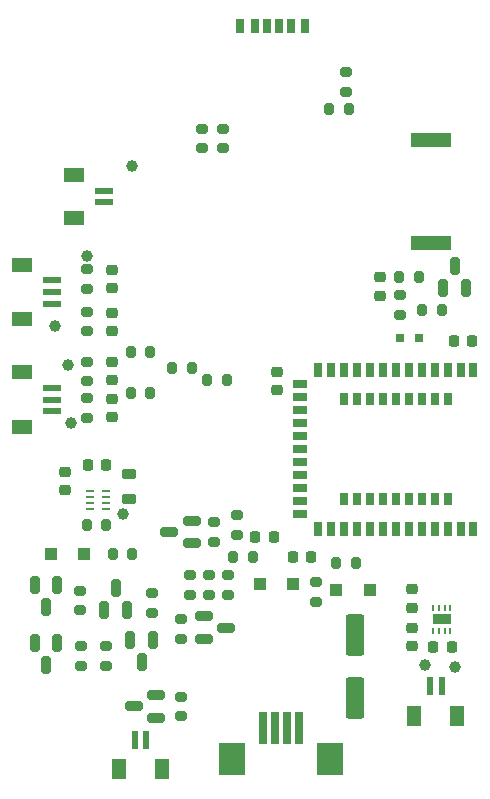
<source format=gtp>
G04 #@! TF.GenerationSoftware,KiCad,Pcbnew,8.0.1*
G04 #@! TF.CreationDate,2024-04-04T12:49:37+03:00*
G04 #@! TF.ProjectId,TWV,5457562e-6b69-4636-9164-5f7063625858,V-0.96*
G04 #@! TF.SameCoordinates,Original*
G04 #@! TF.FileFunction,Paste,Top*
G04 #@! TF.FilePolarity,Positive*
%FSLAX46Y46*%
G04 Gerber Fmt 4.6, Leading zero omitted, Abs format (unit mm)*
G04 Created by KiCad (PCBNEW 8.0.1) date 2024-04-04 12:49:37*
%MOMM*%
%LPD*%
G01*
G04 APERTURE LIST*
G04 Aperture macros list*
%AMRoundRect*
0 Rectangle with rounded corners*
0 $1 Rounding radius*
0 $2 $3 $4 $5 $6 $7 $8 $9 X,Y pos of 4 corners*
0 Add a 4 corners polygon primitive as box body*
4,1,4,$2,$3,$4,$5,$6,$7,$8,$9,$2,$3,0*
0 Add four circle primitives for the rounded corners*
1,1,$1+$1,$2,$3*
1,1,$1+$1,$4,$5*
1,1,$1+$1,$6,$7*
1,1,$1+$1,$8,$9*
0 Add four rect primitives between the rounded corners*
20,1,$1+$1,$2,$3,$4,$5,0*
20,1,$1+$1,$4,$5,$6,$7,0*
20,1,$1+$1,$6,$7,$8,$9,0*
20,1,$1+$1,$8,$9,$2,$3,0*%
G04 Aperture macros list end*
%ADD10R,0.800000X1.200000*%
%ADD11R,1.200000X0.800000*%
%ADD12R,0.800000X1.100000*%
%ADD13R,1.550000X0.600000*%
%ADD14R,1.800000X1.200000*%
%ADD15RoundRect,0.200000X0.275000X-0.200000X0.275000X0.200000X-0.275000X0.200000X-0.275000X-0.200000X0*%
%ADD16RoundRect,0.200000X-0.200000X-0.275000X0.200000X-0.275000X0.200000X0.275000X-0.200000X0.275000X0*%
%ADD17RoundRect,0.200000X-0.200000X0.537500X-0.200000X-0.537500X0.200000X-0.537500X0.200000X0.537500X0*%
%ADD18R,0.600000X1.550000*%
%ADD19R,1.200000X1.800000*%
%ADD20RoundRect,0.225000X0.250000X-0.225000X0.250000X0.225000X-0.250000X0.225000X-0.250000X-0.225000X0*%
%ADD21RoundRect,0.225000X-0.250000X0.225000X-0.250000X-0.225000X0.250000X-0.225000X0.250000X0.225000X0*%
%ADD22RoundRect,0.200000X-0.275000X0.200000X-0.275000X-0.200000X0.275000X-0.200000X0.275000X0.200000X0*%
%ADD23RoundRect,0.225000X-0.225000X-0.250000X0.225000X-0.250000X0.225000X0.250000X-0.225000X0.250000X0*%
%ADD24R,3.400000X1.300000*%
%ADD25RoundRect,0.250000X0.550000X-1.500000X0.550000X1.500000X-0.550000X1.500000X-0.550000X-1.500000X0*%
%ADD26RoundRect,0.062500X-0.237500X-0.062500X0.237500X-0.062500X0.237500X0.062500X-0.237500X0.062500X0*%
%ADD27RoundRect,0.200000X0.537500X0.200000X-0.537500X0.200000X-0.537500X-0.200000X0.537500X-0.200000X0*%
%ADD28RoundRect,0.200000X0.200000X0.275000X-0.200000X0.275000X-0.200000X-0.275000X0.200000X-0.275000X0*%
%ADD29RoundRect,0.500000X-0.000010X-0.000010X0.000010X-0.000010X0.000010X0.000010X-0.000010X0.000010X0*%
%ADD30RoundRect,0.200000X0.200000X-0.537500X0.200000X0.537500X-0.200000X0.537500X-0.200000X-0.537500X0*%
%ADD31RoundRect,0.250000X-0.300000X-0.300000X0.300000X-0.300000X0.300000X0.300000X-0.300000X0.300000X0*%
%ADD32R,0.650000X2.700000*%
%ADD33R,2.300000X2.800000*%
%ADD34RoundRect,0.250000X0.300000X0.300000X-0.300000X0.300000X-0.300000X-0.300000X0.300000X-0.300000X0*%
%ADD35RoundRect,0.062500X0.062500X-0.187500X0.062500X0.187500X-0.062500X0.187500X-0.062500X-0.187500X0*%
%ADD36R,1.600000X0.900000*%
%ADD37R,0.800000X0.800000*%
%ADD38R,0.700000X1.200000*%
%ADD39RoundRect,0.218750X0.381250X-0.218750X0.381250X0.218750X-0.381250X0.218750X-0.381250X-0.218750X0*%
%ADD40RoundRect,0.225000X0.225000X0.250000X-0.225000X0.250000X-0.225000X-0.250000X0.225000X-0.250000X0*%
%ADD41RoundRect,0.200000X-0.537500X-0.200000X0.537500X-0.200000X0.537500X0.200000X-0.537500X0.200000X0*%
G04 APERTURE END LIST*
D10*
X85909999Y-57546942D03*
X84809999Y-57546942D03*
X83709999Y-57546942D03*
X82609999Y-57546942D03*
X81509999Y-57546942D03*
X80409999Y-57546942D03*
X79309999Y-57546942D03*
X78209999Y-57546942D03*
X77109999Y-57546942D03*
X76009999Y-57546942D03*
X74909999Y-57546942D03*
X73809999Y-57546942D03*
X72709999Y-57546942D03*
D11*
X71209999Y-58796942D03*
X71209999Y-59896942D03*
X71209999Y-60996942D03*
X71209999Y-62096942D03*
X71209999Y-63196942D03*
X71209999Y-64296942D03*
X71209999Y-65396942D03*
X71209999Y-66496942D03*
X71209999Y-67596942D03*
X71209999Y-68696942D03*
X71209999Y-69796942D03*
D10*
X72709999Y-71046942D03*
X73809999Y-71046942D03*
X74909999Y-71046942D03*
X76009999Y-71046942D03*
X77109999Y-71046942D03*
X78209999Y-71046942D03*
X79309999Y-71046942D03*
X80409999Y-71046942D03*
X81509999Y-71046942D03*
X82609999Y-71046942D03*
X83709999Y-71046942D03*
X84809999Y-71046942D03*
X85909999Y-71046942D03*
D12*
X83709999Y-60046942D03*
X82609999Y-60046942D03*
X81509999Y-60046942D03*
X80409999Y-60046942D03*
X79309999Y-60046942D03*
X78209999Y-60046942D03*
X77109999Y-60046942D03*
X76009999Y-60046942D03*
X74909999Y-60046942D03*
X83709999Y-68546942D03*
X82609999Y-68546942D03*
X81509999Y-68546942D03*
X80409999Y-68546942D03*
X79309999Y-68546942D03*
X78209999Y-68546942D03*
X77109999Y-68546942D03*
X76009999Y-68546942D03*
X74909999Y-68546942D03*
D13*
X54609999Y-42396942D03*
X54609999Y-43396942D03*
D14*
X52084999Y-41096942D03*
X52084999Y-44696942D03*
D15*
X79709998Y-52921941D03*
X79709998Y-51271941D03*
D16*
X73684998Y-35496941D03*
X75334998Y-35496941D03*
X81584998Y-52496941D03*
X83234998Y-52496941D03*
D17*
X50658899Y-80655842D03*
X48758899Y-80655842D03*
X49708899Y-82530842D03*
D18*
X57208899Y-88868342D03*
X58208899Y-88868342D03*
D19*
X55908899Y-91393342D03*
X59508899Y-91393342D03*
D16*
X56884998Y-59496941D03*
X58534998Y-59496941D03*
D15*
X62909998Y-38821941D03*
X62909998Y-37171941D03*
D20*
X55309998Y-61571941D03*
X55309998Y-60021941D03*
D16*
X56884998Y-56096941D03*
X58534998Y-56096941D03*
D21*
X80703178Y-76163167D03*
X80703178Y-77713167D03*
D22*
X53209998Y-56868342D03*
X53209998Y-58518342D03*
D23*
X84234998Y-55096941D03*
X85784998Y-55096941D03*
D24*
X82309999Y-38143342D03*
X82309999Y-46843342D03*
D18*
X82208899Y-84368342D03*
X83208899Y-84368342D03*
D19*
X80908899Y-86893342D03*
X84508899Y-86893342D03*
D25*
X75880348Y-85393342D03*
X75880348Y-79993342D03*
D26*
X53458899Y-67830842D03*
X53458899Y-68330842D03*
X53458899Y-68830842D03*
X53458899Y-69330842D03*
X54758899Y-69330842D03*
X54758899Y-68830842D03*
X54758899Y-68330842D03*
X54758899Y-67830842D03*
D27*
X62046399Y-72243342D03*
X62046399Y-70343342D03*
X60171399Y-71293342D03*
D13*
X50233899Y-59093342D03*
X50233899Y-60093342D03*
X50233899Y-61093342D03*
D14*
X47708899Y-57793342D03*
X47708899Y-62393342D03*
D20*
X55309998Y-54271941D03*
X55309998Y-52721941D03*
D22*
X53209998Y-49071941D03*
X53209998Y-50721941D03*
D28*
X54833899Y-70680842D03*
X53183899Y-70680842D03*
D29*
X57009999Y-40296942D03*
D21*
X55309998Y-56918342D03*
X55309998Y-58468342D03*
D22*
X61908899Y-74968342D03*
X61908899Y-76618342D03*
D15*
X64709998Y-38821941D03*
X64709998Y-37171941D03*
D30*
X83359998Y-50634441D03*
X85259998Y-50634441D03*
X84309998Y-48759441D03*
D31*
X52908899Y-73193342D03*
X50108899Y-73193342D03*
D32*
X68109999Y-87896942D03*
X69109999Y-87896942D03*
X70109999Y-87896942D03*
X71109999Y-87896942D03*
D33*
X65459999Y-90496942D03*
X73759999Y-90496942D03*
D15*
X53209998Y-54318342D03*
X53209998Y-52668342D03*
X72609999Y-77221942D03*
X72609999Y-75571942D03*
D22*
X61108899Y-78668342D03*
X61108899Y-80318342D03*
D29*
X53208899Y-47893342D03*
D15*
X53209998Y-61621941D03*
X53209998Y-59971941D03*
D21*
X55309998Y-49121941D03*
X55309998Y-50671941D03*
D16*
X74289182Y-73902981D03*
X75939182Y-73902981D03*
D15*
X63971399Y-72118342D03*
X63971399Y-70468342D03*
X61108899Y-86918342D03*
X61108899Y-85268342D03*
D16*
X55383899Y-73193342D03*
X57033899Y-73193342D03*
D34*
X74308899Y-76193342D03*
X77108899Y-76193342D03*
D13*
X50233899Y-49993342D03*
X50233899Y-50993342D03*
X50233899Y-51993342D03*
D14*
X47708899Y-48693342D03*
X47708899Y-53293342D03*
D16*
X65584999Y-73443342D03*
X67234999Y-73443342D03*
X63384998Y-58396941D03*
X65034998Y-58396941D03*
D20*
X69309998Y-59271941D03*
X69309998Y-57721941D03*
D15*
X52708899Y-82618342D03*
X52708899Y-80968342D03*
D29*
X56209999Y-69796942D03*
D35*
X82458899Y-79643342D03*
X82958899Y-79643342D03*
X83458899Y-79643342D03*
X83958899Y-79643342D03*
X83958899Y-77743342D03*
X83458899Y-77743342D03*
X82958899Y-77743342D03*
X82458899Y-77743342D03*
D36*
X83208899Y-78693342D03*
D29*
X84308899Y-82693342D03*
D20*
X51307799Y-67752242D03*
X51307799Y-66202242D03*
D17*
X58758899Y-80455842D03*
X56858899Y-80455842D03*
X57808899Y-82330842D03*
D37*
X81309998Y-54896941D03*
X79709998Y-54896941D03*
D27*
X59045299Y-87014742D03*
X59045299Y-85114742D03*
X57170299Y-86064742D03*
D17*
X50658899Y-75755842D03*
X48758899Y-75755842D03*
X49708899Y-77630842D03*
D38*
X69409999Y-28426942D03*
X67389999Y-28426942D03*
D10*
X66159999Y-28426942D03*
D38*
X68409999Y-28426942D03*
X70429999Y-28426942D03*
D10*
X71659999Y-28426942D03*
D15*
X65108899Y-76618342D03*
X65108899Y-74968342D03*
D29*
X51809998Y-62096941D03*
D22*
X63483899Y-74968342D03*
X63483899Y-76618342D03*
X58708899Y-76468342D03*
X58708899Y-78118342D03*
D39*
X56708899Y-68505842D03*
X56708899Y-66380842D03*
D28*
X81259998Y-49696941D03*
X79609998Y-49696941D03*
D40*
X54833899Y-65630842D03*
X53283899Y-65630842D03*
D29*
X50509998Y-53896941D03*
D34*
X67808899Y-75693342D03*
X70608899Y-75693342D03*
D20*
X80707799Y-80964742D03*
X80707799Y-79414742D03*
D29*
X51608899Y-57193342D03*
X81808899Y-82593342D03*
D15*
X75109998Y-34021941D03*
X75109998Y-32371941D03*
D30*
X54658899Y-77930842D03*
X56558899Y-77930842D03*
X55608899Y-76055842D03*
D21*
X78009998Y-49746941D03*
X78009998Y-51296941D03*
D15*
X65846399Y-71518342D03*
X65846399Y-69868342D03*
X54808899Y-82618342D03*
X54808899Y-80968342D03*
D41*
X63071399Y-78443342D03*
X63071399Y-80343342D03*
X64946399Y-79393342D03*
D40*
X72171399Y-73380842D03*
X70621399Y-73380842D03*
D23*
X67433899Y-71693342D03*
X68983899Y-71693342D03*
D22*
X52608899Y-76268342D03*
X52608899Y-77918342D03*
D23*
X82505531Y-81032293D03*
X84055531Y-81032293D03*
D16*
X60384998Y-57396941D03*
X62034998Y-57396941D03*
M02*

</source>
